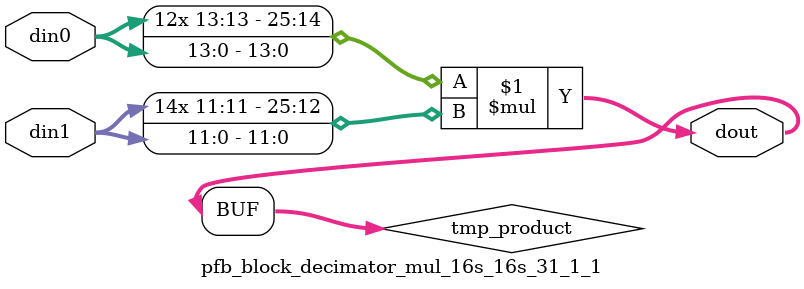
<source format=v>

`timescale 1 ns / 1 ps

  module pfb_block_decimator_mul_16s_16s_31_1_1(din0, din1, dout);
parameter ID = 1;
parameter NUM_STAGE = 0;
parameter din0_WIDTH = 14;
parameter din1_WIDTH = 12;
parameter dout_WIDTH = 26;

input [din0_WIDTH - 1 : 0] din0; 
input [din1_WIDTH - 1 : 0] din1; 
output [dout_WIDTH - 1 : 0] dout;

wire signed [dout_WIDTH - 1 : 0] tmp_product;













assign tmp_product = $signed(din0) * $signed(din1);








assign dout = tmp_product;







endmodule

</source>
